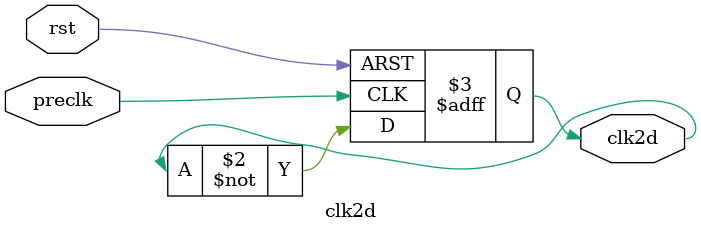
<source format=v>
/*
* frequency division
*/

module clk4d (preclk, rst, clk4d);
    input preclk, rst;
    output clk4d;

    reg clk4d;
    reg [1:0] counter;

    always @(posedge preclk or posedge rst) begin
        if(rst) begin
            counter <= 2'b00;
            clk4d <= 1'b0;
        end
        else if(counter >= 2'b01) begin
            clk4d = ~clk4d;
            counter <= 2'b00;
        end
        else
            counter <= counter+2'b01;
    end
endmodule


module clk2d (preclk, rst, clk2d);
    input preclk, rst;
    output clk2d;

    reg clk2d;

    always @(posedge preclk or posedge rst) begin
        if (rst) 
            clk2d <= 1'b0;
        else
            clk2d = ~clk2d;
    end

endmodule

</source>
